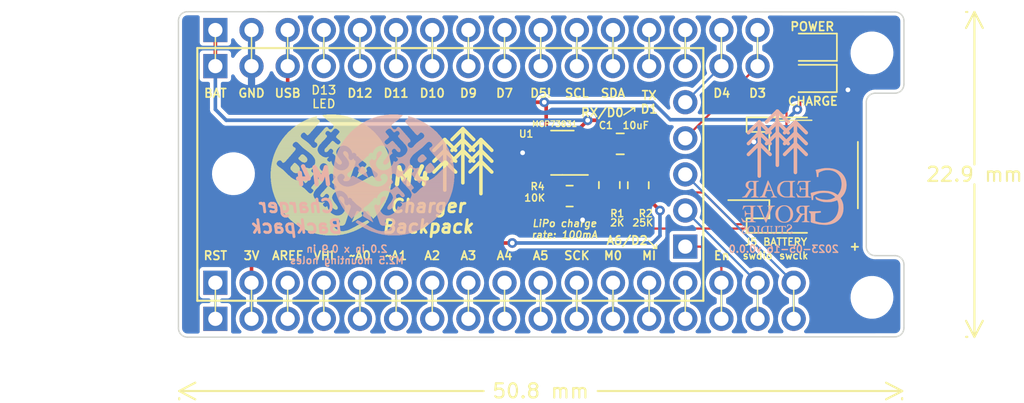
<source format=kicad_pcb>
(kicad_pcb (version 20211014) (generator pcbnew)
  (title_block (title "ItsyBitsyChargerBackpack") (date "2023-05-16") (rev "0.0.0") (company "Cedar Grove Studios"))
  (layers (0 "F.Cu" signal) (31 "B.Cu" signal) (34 "B.Paste" user) (35 "F.Paste" user) (36 "B.SilkS" user "B.Silkscreen") (37 "F.SilkS" user "F.Silkscreen") (38 "B.Mask" user) (39 "F.Mask" user) (44 "Edge.Cuts" user))
  (net 0 "")
  (net 1 "GND")
  (net 2 "/SCL")
  (net 3 "/SDA")
  (net 4 "+3V3")
  (net 5 "/Aref")
  (net 6 "/Vhi")
  (net 7 "/~A0")
  (net 8 "/~A1")
  (net 9 "/A2")
  (net 10 "/A3")
  (net 11 "/A4")
  (net 12 "/A5")
  (net 13 "/SCK")
  (net 14 "/MO")
  (net 15 "/MI")
  (net 16 "/D2-A6")
  (net 17 "/En")
  (net 18 "/swdio")
  (net 19 "/swclk")
  (net 20 "/D3")
  (net 21 "/D4")
  (net 22 "/D0-RX")
  (net 23 "/D1-TX")
  (net 24 "/D5!")
  (net 25 "/D7")
  (net 26 "/D9")
  (net 27 "/D10")
  (net 28 "/D11")
  (net 29 "/D12")
  (net 30 "/D13-LED")
  (net 31 "/BAT")
  (net 32 "Net-(D1-Pad1)")
  (net 33 "Net-(D2-Pad2)")
  (net 34 "/~{RST}")
  (net 35 "Net-(R1-Pad2)")
  (net 36 "Net-(R4-Pad1)")
  (net 37 "/USB")
  (footprint "Adafruit:Pin_Header_Straight_1x17_Pitch2.54mm_no_silk" (layer "F.Cu") (at 111.76 115.57 90)
    (fp_text reference "J1")
    (fp_text value "EDGE PINS")
    (pad "1" thru_hole rect locked (at 0 0 90) (size 1.7 1.7) (drill 1) (layers *.Cu *.Mask) (net 34 "/~{RST}"))
    (pad "2" thru_hole oval locked (at 0 2.54 90) (size 1.7 1.7) (drill 1) (layers *.Cu *.Mask) (net 4 "+3V3"))
    (pad "3" thru_hole oval locked (at 0 5.08 90) (size 1.7 1.7) (drill 1) (layers *.Cu *.Mask) (net 5 "/Aref"))
    (pad "4" thru_hole oval locked (at 0 7.62 90) (size 1.7 1.7) (drill 1) (layers *.Cu *.Mask) (net 6 "/Vhi"))
    (pad "5" thru_hole oval locked (at 0 10.16 90) (size 1.7 1.7) (drill 1) (layers *.Cu *.Mask) (net 7 "/~A0"))
    (pad "6" thru_hole oval locked (at 0 12.7 90) (size 1.7 1.7) (drill 1) (layers *.Cu *.Mask) (net 8 "/~A1"))
    (pad "7" thru_hole oval locked (at 0 15.24 90) (size 1.7 1.7) (drill 1) (layers *.Cu *.Mask) (net 9 "/A2"))
    (pad "8" thru_hole oval locked (at 0 17.78 90) (size 1.7 1.7) (drill 1) (layers *.Cu *.Mask) (net 10 "/A3"))
    (pad "9" thru_hole oval locked (at 0 20.32 90) (size 1.7 1.7) (drill 1) (layers *.Cu *.Mask) (net 11 "/A4"))
    (pad "10" thru_hole oval locked (at 0 22.86 90) (size 1.7 1.7) (drill 1) (layers *.Cu *.Mask) (net 12 "/A5"))
    (pad "11" thru_hole oval locked (at 0 25.4 90) (size 1.7 1.7) (drill 1) (layers *.Cu *.Mask) (net 13 "/SCK"))
    (pad "12" thru_hole oval locked (at 0 27.94 90) (size 1.7 1.7) (drill 1) (layers *.Cu *.Mask) (net 14 "/MO"))
    (pad "13" thru_hole oval locked (at 0 30.48 90) (size 1.7 1.7) (drill 1) (layers *.Cu *.Mask) (net 15 "/MI"))
    (pad "14" thru_hole oval locked (at 0 33.02 90) (size 1.7 1.7) (drill 1) (layers *.Cu *.Mask) (net 16 "/D2-A6"))
    (pad "15" thru_hole oval locked (at 0 35.56 90) (size 1.7 1.7) (drill 1) (layers *.Cu *.Mask) (net 17 "/En"))
    (pad "16" thru_hole oval locked (at 0 38.1 90) (size 1.7 1.7) (drill 1) (layers *.Cu *.Mask) (net 18 "/swdio"))
    (pad "17" thru_hole oval locked (at 0 40.64 90) (size 1.7 1.7) (drill 1) (layers *.Cu *.Mask) (net 19 "/swclk"))
  )
  (footprint "Adafruit:Pin_Header_Straight_1x16_Pitch2.54mm_no_silk" (layer "F.Cu") (at 111.76 100.33 90)
    (fp_text reference "J2")
    (fp_text value "EDGE PINS")
    (pad "1" thru_hole rect locked (at 0 0 90) (size 1.7 1.7) (drill 1) (layers *.Cu *.Mask) (net 31 "/BAT"))
    (pad "2" thru_hole oval locked (at 0 2.54 90) (size 1.7 1.7) (drill 1) (layers *.Cu *.Mask) (net 1 "GND"))
    (pad "3" thru_hole oval locked (at 0 5.08 90) (size 1.7 1.7) (drill 1) (layers *.Cu *.Mask) (net 37 "/USB"))
    (pad "4" thru_hole oval locked (at 0 7.62 90) (size 1.7 1.7) (drill 1) (layers *.Cu *.Mask) (net 30 "/D13-LED"))
    (pad "5" thru_hole oval locked (at 0 10.16 90) (size 1.7 1.7) (drill 1) (layers *.Cu *.Mask) (net 29 "/D12"))
    (pad "6" thru_hole oval locked (at 0 12.7 90) (size 1.7 1.7) (drill 1) (layers *.Cu *.Mask) (net 28 "/D11"))
    (pad "7" thru_hole oval locked (at 0 15.24 90) (size 1.7 1.7) (drill 1) (layers *.Cu *.Mask) (net 27 "/D10"))
    (pad "8" thru_hole oval locked (at 0 17.78 90) (size 1.7 1.7) (drill 1) (layers *.Cu *.Mask) (net 26 "/D9"))
    (pad "9" thru_hole oval locked (at 0 20.32 90) (size 1.7 1.7) (drill 1) (layers *.Cu *.Mask) (net 25 "/D7"))
    (pad "10" thru_hole oval locked (at 0 22.86 90) (size 1.7 1.7) (drill 1) (layers *.Cu *.Mask) (net 24 "/D5!"))
    (pad "11" thru_hole oval locked (at 0 25.4 90) (size 1.7 1.7) (drill 1) (layers *.Cu *.Mask) (net 2 "/SCL"))
    (pad "12" thru_hole oval locked (at 0 27.94 90) (size 1.7 1.7) (drill 1) (layers *.Cu *.Mask) (net 3 "/SDA"))
    (pad "13" thru_hole oval locked (at 0 30.48 90) (size 1.7 1.7) (drill 1) (layers *.Cu *.Mask) (net 23 "/D1-TX"))
    (pad "14" thru_hole oval locked (at 0 33.02 90) (size 1.7 1.7) (drill 1) (layers *.Cu *.Mask) (net 22 "/D0-RX"))
    (pad "15" thru_hole oval locked (at 0 35.56 90) (size 1.7 1.7) (drill 1) (layers *.Cu *.Mask) (net 21 "/D4"))
    (pad "16" thru_hole oval locked (at 0 38.1 90) (size 1.7 1.7) (drill 1) (layers *.Cu *.Mask) (net 20 "/D3"))
  )
  (footprint "Adafruit:Pin_Header_Straight_1x05_Pitch2.54mm_no_silk" (layer "F.Cu") (at 144.78 113.03 180)
    (fp_text reference "J6")
    (fp_text value "XTRA")
    (pad "1" thru_hole rect locked (at 0 0 180) (size 1.7 1.7) (drill 1) (layers *.Cu *.Mask) (net 17 "/En"))
    (pad "2" thru_hole oval locked (at 0 2.54 180) (size 1.7 1.7) (drill 1) (layers *.Cu *.Mask) (net 18 "/swdio"))
    (pad "3" thru_hole oval locked (at 0 5.08 180) (size 1.7 1.7) (drill 1) (layers *.Cu *.Mask) (net 19 "/swclk"))
    (pad "4" thru_hole oval locked (at 0 7.62 180) (size 1.7 1.7) (drill 1) (layers *.Cu *.Mask) (net 20 "/D3"))
    (pad "5" thru_hole oval locked (at 0 10.16 180) (size 1.7 1.7) (drill 1) (layers *.Cu *.Mask) (net 21 "/D4"))
  )
  (footprint "Connector_JST:JST_PH_S2B-PH-SM4-TB_1x02-1MP_P2.00mm_Horizontal" (layer "F.Cu") (at 152.4 108 90)
    (fp_text reference "J5" (at -4.7 -3 180) (layer "F.SilkS") (effects (font (size 0.5 0.5) (thickness 0.1))))
    (fp_text value "BATTERY" (at -4.7 -0.6 180) (layer "F.SilkS") (effects (font (size 0.5 0.5) (thickness 0.1))))
    (pad "1" smd roundrect locked (at -1 -2.85 90) (size 1 3.5) (layers "F.Cu" "F.Paste" "F.Mask") (net 31 "/BAT"))
    (pad "2" smd roundrect locked (at 1 -2.85 90) (size 1 3.5) (layers "F.Cu" "F.Paste" "F.Mask") (net 1 "GND"))
    (pad "MP" smd roundrect locked (at 3.35 2.9 90) (size 1.5 3.4) (layers "F.Cu" "F.Paste" "F.Mask") (roundrect_rratio 0.1666673333))
    (pad "MP" smd roundrect locked (at -3.35 2.9 90) (size 1.5 3.4) (layers "F.Cu" "F.Paste" "F.Mask") (roundrect_rratio 0.1666673333))
  )
  (footprint "Adafruit:Pin_Header_Straight_1x17_Pitch2.54mm_no_silk" (layer "F.Cu") (at 111.76 118.11 90)
    (fp_text reference "J7")
    (fp_text value "BODGE PINS")
    (pad "1" thru_hole rect locked (at 0 0 90) (size 1.7 1.7) (drill 1) (layers *.Cu *.Mask) (net 34 "/~{RST}"))
    (pad "2" thru_hole oval locked (at 0 2.54 90) (size 1.7 1.7) (drill 1) (layers *.Cu *.Mask) (net 4 "+3V3"))
    (pad "3" thru_hole oval locked (at 0 5.08 90) (size 1.7 1.7) (drill 1) (layers *.Cu *.Mask) (net 5 "/Aref"))
    (pad "4" thru_hole oval locked (at 0 7.62 90) (size 1.7 1.7) (drill 1) (layers *.Cu *.Mask) (net 6 "/Vhi"))
    (pad "5" thru_hole oval locked (at 0 10.16 90) (size 1.7 1.7) (drill 1) (layers *.Cu *.Mask) (net 7 "/~A0"))
    (pad "6" thru_hole oval locked (at 0 12.7 90) (size 1.7 1.7) (drill 1) (layers *.Cu *.Mask) (net 8 "/~A1"))
    (pad "7" thru_hole oval locked (at 0 15.24 90) (size 1.7 1.7) (drill 1) (layers *.Cu *.Mask) (net 9 "/A2"))
    (pad "8" thru_hole oval locked (at 0 17.78 90) (size 1.7 1.7) (drill 1) (layers *.Cu *.Mask) (net 10 "/A3"))
    (pad "9" thru_hole oval locked (at 0 20.32 90) (size 1.7 1.7) (drill 1) (layers *.Cu *.Mask) (net 11 "/A4"))
    (pad "10" thru_hole oval locked (at 0 22.86 90) (size 1.7 1.7) (drill 1) (layers *.Cu *.Mask) (net 12 "/A5"))
    (pad "11" thru_hole oval locked (at 0 25.4 90) (size 1.7 1.7) (drill 1) (layers *.Cu *.Mask) (net 13 "/SCK"))
    (pad "12" thru_hole oval locked (at 0 27.94 90) (size 1.7 1.7) (drill 1) (layers *.Cu *.Mask) (net 14 "/MO"))
    (pad "13" thru_hole oval locked (at 0 30.48 90) (size 1.7 1.7) (drill 1) (layers *.Cu *.Mask) (net 15 "/MI"))
    (pad "14" thru_hole oval locked (at 0 33.02 90) (size 1.7 1.7) (drill 1) (layers *.Cu *.Mask) (net 16 "/D2-A6"))
    (pad "15" thru_hole oval locked (at 0 35.56 90) (size 1.7 1.7) (drill 1) (layers *.Cu *.Mask) (net 17 "/En"))
    (pad "16" thru_hole oval locked (at 0 38.1 90) (size 1.7 1.7) (drill 1) (layers *.Cu *.Mask) (net 18 "/swdio"))
    (pad "17" thru_hole oval locked (at 0 40.64 90) (size 1.7 1.7) (drill 1) (layers *.Cu *.Mask) (net 19 "/swclk"))
  )
  (footprint "Adafruit:Pin_Header_Straight_1x16_Pitch2.54mm_no_silk" (layer "F.Cu") (at 111.76 97.79 90)
    (fp_text reference "J8")
    (fp_text value "EDGE PINS")
    (pad "1" thru_hole rect locked (at 0 0 90) (size 1.7 1.7) (drill 1) (layers *.Cu *.Mask) (net 31 "/BAT"))
    (pad "2" thru_hole oval locked (at 0 2.54 90) (size 1.7 1.7) (drill 1) (layers *.Cu *.Mask) (net 1 "GND"))
    (pad "3" thru_hole oval locked (at 0 5.08 90) (size 1.7 1.7) (drill 1) (layers *.Cu *.Mask) (net 37 "/USB"))
    (pad "4" thru_hole oval locked (at 0 7.62 90) (size 1.7 1.7) (drill 1) (layers *.Cu *.Mask) (net 30 "/D13-LED"))
    (pad "5" thru_hole oval locked (at 0 10.16 90) (size 1.7 1.7) (drill 1) (layers *.Cu *.Mask) (net 29 "/D12"))
    (pad "6" thru_hole oval locked (at 0 12.7 90) (size 1.7 1.7) (drill 1) (layers *.Cu *.Mask) (net 28 "/D11"))
    (pad "7" thru_hole oval locked (at 0 15.24 90) (size 1.7 1.7) (drill 1) (layers *.Cu *.Mask) (net 27 "/D10"))
    (pad "8" thru_hole oval locked (at 0 17.78 90) (size 1.7 1.7) (drill 1) (layers *.Cu *.Mask) (net 26 "/D9"))
    (pad "9" thru_hole oval locked (at 0 20.32 90) (size 1.7 1.7) (drill 1) (layers *.Cu *.Mask) (net 25 "/D7"))
    (pad "10" thru_hole oval locked (at 0 22.86 90) (size 1.7 1.7) (drill 1) (layers *.Cu *.Mask) (net 24 "/D5!"))
    (pad "11" thru_hole oval locked (at 0 25.4 90) (size 1.7 1.7) (drill 1) (layers *.Cu *.Mask) (net 2 "/SCL"))
    (pad "12" thru_hole oval locked (at 0 27.94 90) (size 1.7 1.7) (drill 1) (layers *.Cu *.Mask) (net 3 "/SDA"))
    (pad "13" thru_hole oval locked (at 0 30.48 90) (size 1.7 1.7) (drill 1) (layers *.Cu *.Mask) (net 23 "/D1-TX"))
    (pad "14" thru_hole oval locked (at 0 33.02 90) (size 1.7 1.7) (drill 1) (layers *.Cu *.Mask) (net 22 "/D0-RX"))
    (pad "15" thru_hole oval locked (at 0 35.56 90) (size 1.7 1.7) (drill 1) (layers *.Cu *.Mask) (net 21 "/D4"))
    (pad "16" thru_hole oval locked (at 0 38.1 90) (size 1.7 1.7) (drill 1) (layers *.Cu *.Mask) (net 20 "/D3"))
  )
  (footprint "Capacitor_SMD:C_0805_2012Metric" (layer "F.Cu") (at 140.208 105.8 180)
    (fp_text reference "C1" (at 1.008 1.3) (layer "F.SilkS") (effects (font (size 0.5 0.5) (thickness 0.1))))
    (fp_text value "10uF" (at -1.092 1.3) (layer "F.SilkS") (effects (font (size 0.5 0.5) (thickness 0.1))))
    (pad "1" smd roundrect (at -0.95 0 180) (size 1 1.45) (layers "F.Cu" "F.Paste" "F.Mask") (net 31 "/BAT"))
    (pad "2" smd roundrect (at 0.95 0 180) (size 1 1.45) (layers "F.Cu" "F.Paste" "F.Mask") (net 1 "GND"))
  )
  (footprint "LED_SMD:LED_0805_2012Metric" (layer "F.Cu") (at 153.7462 101.2 180)
    (fp_text reference "D1" hide)
    (fp_text value "CHARGE" (at -0.0038 -1.6) (layer "F.SilkS") (effects (font (size 0.6 0.6) (thickness 0.12))))
    (pad "1" smd roundrect (at -0.9375 0 180) (size 0.975 1.4) (layers "F.Cu" "F.Paste" "F.Mask") (net 32 "Net-(D1-Pad1)"))
    (pad "2" smd roundrect (at 0.9375 0 180) (size 0.975 1.4) (layers "F.Cu" "F.Paste" "F.Mask") (net 37 "/USB"))
  )
  (footprint "LED_SMD:LED_0805_2012Metric" (layer "F.Cu") (at 153.75 99 180)
    (fp_text reference "D2" hide)
    (fp_text value "POWER" (at 0.05 1.45) (layer "F.SilkS") (effects (font (size 0.6 0.6) (thickness 0.12))))
    (pad "1" smd roundrect (at -0.9375 0 180) (size 0.975 1.4) (layers "F.Cu" "F.Paste" "F.Mask") (net 1 "GND"))
    (pad "2" smd roundrect (at 0.9375 0 180) (size 0.975 1.4) (layers "F.Cu" "F.Paste" "F.Mask") (net 33 "Net-(D2-Pad2)"))
  )
  (footprint "Resistor_SMD:R_0805_2012Metric" (layer "F.Cu") (at 139.446 108.7 90)
    (fp_text reference "R1" (at -2 0.554 180) (layer "F.SilkS") (effects (font (size 0.5 0.5) (thickness 0.1))))
    (fp_text value "2K" (at -2.65 0.554 180) (layer "F.SilkS") (effects (font (size 0.5 0.5) (thickness 0.1))))
    (pad "1" smd roundrect (at -0.9125 0 90) (size 1.025 1.4) (layers "F.Cu" "F.Paste" "F.Mask") (roundrect_rratio 0.243902439) (net 32 "Net-(D1-Pad1)"))
    (pad "2" smd roundrect (at 0.9125 0 90) (size 1.025 1.4) (layers "F.Cu" "F.Paste" "F.Mask") (roundrect_rratio 0.243902439) (net 35 "Net-(R1-Pad2)"))
  )
  (footprint "Resistor_SMD:R_0805_2012Metric" (layer "F.Cu") (at 141.478 108.712 90)
    (fp_text reference "R2" (at -1.988 0.522 180) (layer "F.SilkS") (effects (font (size 0.5 0.5) (thickness 0.1))))
    (fp_text value "25K" (at -2.638 0.322 180) (layer "F.SilkS") (effects (font (size 0.5 0.5) (thickness 0.1))))
    (pad "1" smd roundrect (at -0.9125 0 90) (size 1.025 1.4) (layers "F.Cu" "F.Paste" "F.Mask") (roundrect_rratio 0.243902439) (net 4 "+3V3"))
    (pad "2" smd roundrect (at 0.9125 0 90) (size 1.025 1.4) (layers "F.Cu" "F.Paste" "F.Mask") (roundrect_rratio 0.243902439) (net 33 "Net-(D2-Pad2)"))
  )
  (footprint "Resistor_SMD:R_0805_2012Metric" (layer "F.Cu") (at 136.652 109.474)
    (fp_text reference "R4" (at -2.252 -0.674) (layer "F.SilkS") (effects (font (size 0.5 0.5) (thickness 0.1))))
    (fp_text value "10K" (at -2.452 0.126) (layer "F.SilkS") (effects (font (size 0.5 0.5) (thickness 0.1))))
    (pad "1" smd roundrect (at -0.9125 0) (size 1.025 1.4) (layers "F.Cu" "F.Paste" "F.Mask") (roundrect_rratio 0.243902439) (net 36 "Net-(R4-Pad1)"))
    (pad "2" smd roundrect (at 0.9125 0) (size 1.025 1.4) (layers "F.Cu" "F.Paste" "F.Mask") (roundrect_rratio 0.243902439) (net 1 "GND"))
  )
  (footprint "Package_TO_SOT_SMD:SOT-23-5" (layer "F.Cu") (at 136.144 106.426 180)
    (fp_text reference "U1" (at 2.544 1.326 180) (layer "F.SilkS") (effects (font (size 0.5 0.5) (thickness 0.1))))
    (fp_text value "MCP73831" (at 0.544 2.026 180) (layer "F.SilkS") (effects (font (size 0.4 0.4) (thickness 0.08))))
    (pad "1" smd roundrect (at -1.1375 -0.95 180) (size 1.325 0.6) (layers "F.Cu" "F.Paste" "F.Mask") (net 35 "Net-(R1-Pad2)"))
    (pad "2" smd roundrect (at -1.1375 0 180) (size 1.325 0.6) (layers "F.Cu" "F.Paste" "F.Mask") (net 1 "GND"))
    (pad "3" smd roundrect (at -1.1375 0.95 180) (size 1.325 0.6) (layers "F.Cu" "F.Paste" "F.Mask") (net 31 "/BAT"))
    (pad "4" smd roundrect (at 1.1375 0.95 180) (size 1.325 0.6) (layers "F.Cu" "F.Paste" "F.Mask") (net 37 "/USB"))
    (pad "5" smd roundrect (at 1.1375 -0.95 180) (size 1.325 0.6) (layers "F.Cu" "F.Paste" "F.Mask") (net 36 "Net-(R4-Pad1)"))
  )
  (footprint "MountingHole:MountingHole_2.5mm" (layer "F.Cu") (at 157.899989 99.400004)
    (fp_text reference "REF**" hide)
    (fp_text value "MountingHole_2.5mm")
    (pad "" np_thru_hole circle locked (at 0 0) (size 2.5 2.5) (drill 2.5) (layers *.Cu *.Mask))
    (pad "" np_thru_hole circle locked (at 0 0) (size 2.5 2.5) (drill 2.5) (layers *.Cu *.Mask))
  )
  (footprint "MountingHole:MountingHole_2.5mm" (layer "F.Cu") (at 113.03 107.9)
    (fp_text reference "REF**" hide)
    (fp_text value "MountingHole_2.5mm")
    (pad "" np_thru_hole circle locked (at 0 0) (size 2.5 2.5) (drill 2.5) (layers *.Cu *.Mask))
    (pad "" np_thru_hole circle locked (at 0 0) (size 2.5 2.5) (drill 2.5) (layers *.Cu *.Mask))
  )
  (footprint "MountingHole:MountingHole_2.5mm" (layer "F.Cu") (at 157.899989 116.599995)
    (fp_text reference "REF**" hide)
    (fp_text value "MountingHole_2.5mm")
    (pad "" np_thru_hole circle locked (at 0 0) (size 2.5 2.5) (drill 2.5) (layers *.Cu *.Mask))
    (pad "" np_thru_hole circle locked (at 0 0) (size 2.5 2.5) (drill 2.5) (layers *.Cu *.Mask))
  )
  (footprint "Adafruit_MPU_boards:ItsyBitsy_logo" (layer "F.Cu") (at 120.15 108.196)
    (fp_text reference "logo" hide)
    (fp_text value "" hide)
  )
  (footprint "Adafruit_MPU_boards:ItsyBitsy_logo" (layer "B.Cu") (at 124.05 108.196 180)
    (fp_text reference "logo" hide)
    (fp_text value "" hide)
  )
  (footprint "CedarGrove_custom:CedarGroveStudios_TEXT_LOGO_8x5_4mm" (layer "B.Cu") (at 152.35 109.8 180)
    (fp_text reference "G***" hide)
    (fp_text value "LOGO" hide)
  )
  (gr_line (start 149.98001 104.256991) (end 150.74201 105.018991) (layer "B.SilkS") (width 0.25))
  (gr_line (start 149.98001 105.780991) (end 149.21801 106.542991) (layer "B.SilkS") (width 0.25))
  (gr_line (start 149.98001 105.018991) (end 149.21801 105.780991) (layer "B.SilkS") (width 0.25))
  (gr_line (start 149.98001 104.256991) (end 149.21801 105.018991) (layer "B.SilkS") (width 0.25))
  (gr_line (start 149.98001 108.066991) (end 149.98001 104.256991) (layer "B.SilkS") (width 0.25))
  (gr_line (start 149.98001 105.018991) (end 150.74201 105.780991) (layer "B.SilkS") (width 0.25))
  (gr_line (start 149.98001 105.780991) (end 150.74201 106.542991) (layer "B.SilkS") (width 0.25))
  (gr_line (start 151.25001 103.494991) (end 150.48801 104.256991) (layer "B.SilkS") (width 0.25))
  (gr_line (start 151.25001 107.304991) (end 151.25001 103.494991) (layer "B.SilkS") (width 0.25))
  (gr_line (start 151.25001 105.018991) (end 150.48801 105.780991) (layer "B.SilkS") (width 0.25))
  (gr_line (start 151.25001 104.256991) (end 152.01201 105.018991) (layer "B.SilkS") (width 0.25))
  (gr_line (start 151.25001 103.494991) (end 152.01201 104.256991) (layer "B.SilkS") (width 0.25))
  (gr_line (start 151.25001 105.018991) (end 152.01201 105.780991) (layer "B.SilkS") (width 0.25))
  (gr_line (start 151.25001 104.256991) (end 150.48801 105.018991) (layer "B.SilkS") (width 0.25))
  (gr_line (start 152.52001 107.812991) (end 152.52001 104.256991) (layer "B.SilkS") (width 0.25))
  (gr_line (start 152.52001 105.018991) (end 151.75801 105.780991) (layer "B.SilkS") (width 0.25))
  (gr_line (start 152.52001 104.256991) (end 151.75801 105.018991) (layer "B.SilkS") (width 0.25))
  (gr_line (start 152.52001 104.256991) (end 153.28201 105.018991) (layer "B.SilkS") (width 0.25))
  (gr_line (start 152.52001 105.780991) (end 153.28201 106.542991) (layer "B.SilkS") (width 0.25))
  (gr_line (start 152.52001 105.018991) (end 153.28201 105.780991) (layer "B.SilkS") (width 0.25))
  (gr_line (start 152.52001 105.780991) (end 151.75801 106.542991) (layer "B.SilkS") (width 0.25))
  (gr_line (start 127.119 106.257) (end 127.881 105.495) (layer "F.SilkS") (width 0.25))
  (gr_line (start 128.389 107.019) (end 129.151 106.257) (layer "F.SilkS") (width 0.25))
  (gr_line (start 147.32 118.11) (end 147.32 115.57) (layer "F.SilkS") (width 0.1))
  (gr_line (start 124.46 100.33) (end 124.46 97.79) (layer "F.SilkS") (width 0.1))
  (gr_line (start 151.13 104.14) (end 153.67 104.14) (layer "F.SilkS") (width 0.1))
  (gr_line (start 140.462 103.759) (end 141.224 103.251) (layer "F.SilkS") (width 0.1))
  (gr_line (start 119.38 115.57) (end 119.38 118.11) (layer "F.SilkS") (width 0.1))
  (gr_line (start 139.7 115.57) (end 139.7 118.11) (layer "F.SilkS") (width 0.1))
  (gr_line (start 141.224 103.251) (end 141.224 103.505) (layer "F.SilkS") (width 0.1))
  (gr_line (start 142.24 100.33) (end 142.24 97.79) (layer "F.SilkS") (width 0.1))
  (gr_line (start 144.78 115.57) (end 144.78 118.11) (layer "F.SilkS") (width 0.1))
  (gr_line (start 139.7 100.33) (end 139.7 97.79) (layer "F.SilkS") (width 0.1))
  (gr_line (start 119.38 100.33) (end 119.38 97.79) (layer "F.SilkS") (width 0.1))
  (gr_line (start 132.08 115.57) (end 132.08 118.11) (layer "F.SilkS") (width 0.1))
  (gr_line (start 128.643 107.781) (end 127.881 107.019) (layer "F.SilkS") (width 0.25))
  (gr_line (start 141.224 103.251) (end 140.97 103.251) (layer "F.SilkS") (width 0.1))
  (gr_line (start 121.92 115.57) (end 121.92 118.11) (layer "F.SilkS") (width 0.1))
  (gr_line (start 130.421 105.495) (end 130.421 109.305) (layer "F.SilkS") (width 0.25))
  (gr_line (start 131.183 106.257) (end 130.421 105.495) (layer "F.SilkS") (width 0.25))
  (gr_line (start 110.49 116.84) (end 146.05 116.84) (layer "F.SilkS") (width 0.15))
  (gr_line (start 129.659 106.257) (end 130.421 105.495) (layer "F.SilkS") (width 0.25))
  (gr_line (start 129.54 115.57) (end 129.54 118.11) (layer "F.SilkS") (width 0.1))
  (gr_line (start 111.76 100.33) (end 111.76 97.79) (layer "F.SilkS") (width 0.1))
  (gr_line (start 134.62 115.57) (end 134.62 118.11) (layer "F.SilkS") (width 0.1))
  (gr_line (start 128.643 106.257) (end 127.881 105.495) (layer "F.SilkS") (width 0.25))
  (gr_line (start 128.643 107.019) (end 127.881 106.257) (layer "F.SilkS") (width 0.25))
  (gr_line (start 131.183 107.781) (end 130.421 107.019) (layer "F.SilkS") (width 0.25))
  (gr_line (start 146.05 116.84) (end 146.05 99.06) (layer "F.SilkS") (width 0.15))
  (gr_line (start 114.3 115.57) (end 114.3 118.11) (layer "F.SilkS") (width 0.1))
  (gr_line (start 142.2 112.6) (end 142.748 113.157) (layer "F.SilkS") (width 0.1))
  (gr_line (start 124.46 115.57) (end 124.46 118.11) (layer "F.SilkS") (width 0.1))
  (gr_line (start 129.659 107.019) (end 130.421 106.257) (layer "F.SilkS") (width 0.25))
  (gr_line (start 121.92 100.33) (end 121.92 97.79) (layer "F.SilkS") (width 0.1))
  (gr_line (start 146.05 99.06) (end 110.49 99.06) (layer "F.SilkS") (width 0.15))
  (gr_line (start 129.913 106.257) (end 129.151 105.495) (layer "F.SilkS") (width 0.25))
  (gr_line (start 129.151 104.733) (end 129.151 108.543) (layer "F.SilkS") (width 0.25))
  (gr_line (start 114.3 100.33) (end 114.3 97.79) (layer "F.SilkS") (width 0.1))
  (gr_line (start 152.4 118.11) (end 152.4 115.57) (layer "F.SilkS") (width 0.1))
  (gr_line (start 127 100.33) (end 127 97.79) (layer "F.SilkS") (width 0.1))
  (gr_line (start 129.913 105.495) (end 129.151 104.733) (layer "F.SilkS") (width 0.25))
  (gr_line (start 127.119 107.019) (end 127.881 106.257) (layer "F.SilkS") (width 0.25))
  (gr_line (start 127 115.57) (end 127 118.11) (layer "F.SilkS") (width 0.1))
  (gr_line (start 149.86 118.11) (end 149.86 115.57) (layer "F.SilkS") (width 0.1))
  (gr_line (start 142.24 115.57) (end 142.24 118.11) (layer "F.SilkS") (width 0.1))
  (gr_line (start 147.32 100.33) (end 147.32 97.79) (layer "F.SilkS") (width 0.1))
  (gr_line (start 116.84 100.33) (end 116.84 97.79) (layer "F.SilkS") (width 0.1))
  (gr_line (start 131.183 107.019) (end 130.421 106.257) (layer "F.SilkS") (width 0.25))
  (gr_line (start 127.881 105.495) (end 127.881 109.051) (layer "F.SilkS") (width 0.25))
  (gr_line (start 134.62 100.33) (end 134.62 97.79) (layer "F.SilkS") (width 0.1))
  (gr_line (start 149.86 100.33) (end 149.86 97.79) (layer "F.SilkS") (width 0.1))
  (gr_line (start 128.389 106.257) (end 129.151 105.495) (layer "F.SilkS") (width 0.25))
  (gr_line (start 129.659 107.781) (end 130.421 107.019) (layer "F.SilkS") (width 0.25))
  (gr_line (start 116.84 115.57) (end 116.84 118.11) (layer "F.SilkS") (width 0.1))
  (gr_line (start 129.913 107.019) (end 129.151 106.257) (layer "F.SilkS") (width 0.25))
  (gr_line (start 129.54 100.33) (end 129.54 97.79) (layer "F.SilkS") (width 0.1))
  (gr_line (start 137.16 100.33) (end 137.16 97.79) (layer "F.SilkS") (width 0.1))
  (gr_line (start 137.16 115.57) (end 137.16 118.11) (layer "F.SilkS") (width 0.1))
  (gr_line (start 110.49 116.84) (end 110.49 99.06) (layer "F.SilkS") (width 0.15))
  (gr_line (start 128.389 105.495) (end 129.151 104.733) (layer "F.SilkS") (width 0.25))
  (gr_line (start 142.771468 113.153636) (end 142.771468 112.899636) (layer "F.SilkS") (width 0.1))
  (gr_line (start 127.119 107.781) (end 127.881 107.019) (layer "F.SilkS") (width 0.25))
  (gr_line (start 132.08 100.33) (end 132.08 97.79) (layer "F.SilkS") (width 0.1))
  (gr_line (start 144.78 100.33) (end 144.78 97.79) (layer "F.SilkS") (width 0.1))
  (gr_line (start 111.76 115.57) (end 111.76 118.11) (layer "F.SilkS") (width 0.1))
  (gr_line (start 142.771468 113.153636) (end 142.517468 113.153636) (layer "F.SilkS") (width 0.1))
  (gr_line (start 109.8 96.5) (end 159.512 96.52) (layer "Edge.Cuts") (width 0.1))
  (gr_arc (start 109.165 97.135) (mid 109.350987 96.685987) (end 109.8 96.5) (layer "Edge.Cuts") (width 0.1))
  (gr_arc (start 109.8 119.4) (mid 109.350987 119.214013) (end 109.165 118.765) (layer "Edge.Cuts") (width 0.1))
  (gr_line (start 109.165 118.765) (end 109.165 97.135) (layer "Edge.Cuts") (width 0.1))
  (gr_line (start 109.8 119.4) (end 159.512 119.38) (layer "Edge.Cuts") (width 0.1))
  (gr_line (start 160.147 101.6) (end 160.147 97.155) (layer "Edge.Cuts") (width 0.1))
  (gr_arc (start 159.512 113.665) (mid 159.961013 113.850987) (end 160.147 114.3) (layer "Edge.Cuts") (width 0.1))
  (gr_arc (start 159.512 96.52) (mid 159.961013 96.705987) (end 160.147 97.155) (layer "Edge.Cuts") (width 0.1))
  (gr_line (start 159.512 113.665) (end 158.135 113.665) (layer "Edge.Cuts") (width 0.1))
  (gr_arc (start 157.5 102.87) (mid 157.685987 102.420987) (end 158.135 102.235) (layer "Edge.Cuts") (width 0.1))
  (gr_line (start 159.512 102.235) (end 158.135 102.235) (layer "Edge.Cuts") (width 0.1))
  (gr_line (start 157.5 102.87) (end 157.5 113.03) (layer "Edge.Cuts") (width 0.1))
  (gr_arc (start 160.147 118.745) (mid 159.961013 119.194013) (end 159.512 119.38) (layer "Edge.Cuts") (width 0.1))
  (gr_arc (start 158.135 113.665) (mid 157.685987 113.479013) (end 157.5 113.03) (layer "Edge.Cuts") (width 0.1))
  (gr_arc (start 160.147 101.6) (mid 159.961013 102.049013) (end 159.512 102.235) (layer "Edge.Cuts") (width 0.1))
  (gr_line (start 160.147 118.745) (end 160.147 114.3) (layer "Edge.Cuts") (width 0.1))
  (gr_text "2.0 in x 0.9 in\nM2.5 mounting holes" (at 121 113.6) (layer "B.SilkS") (effects (font (size 0.5 0.5) (thickness 0.1)) (justify mirror)))
  (gr_text "2023-05-16 v0.0.0" (at 151.7 113.2) (layer "B.SilkS") (effects (font (size 0.5 0.5) (thickness 0.1)) (justify mirror)))
  (gr_text "M4" (at 118.7 108.1) (layer "B.SilkS") (effects (font (size 1.2 1.2) (thickness 0.3) italic) (justify mirror)))
  (gr_text "Charger\nBackpack" (at 117.5 110.9) (layer "B.SilkS") (effects (font (size 0.9 0.9) (thickness 0.2) italic) (justify mirror)))
  (gr_text "swdio" (at 149.86 113.665) (layer "F.SilkS") (effects (font (size 0.5 0.5) (thickness 0.1))))
  (gr_text "swclk" (at 152.4 113.665) (layer "F.SilkS") (effects (font (size 0.5 0.5) (thickness 0.1))))
  (gr_text "D4" (at 147.3454 102.235) (layer "F.SilkS") (effects (font (size 0.6 0.6) (thickness 0.12))))
  (gr_text "D3" (at 149.86 102.235) (layer "F.SilkS") (effects (font (size 0.6 0.6) (thickness 0.12))))
  (gr_text "TX\nD1" (at 142.24 102.87) (layer "F.SilkS") (effects (font (size 0.6 0.6) (thickness 0.12))))
  (gr_text "SDA" (at 139.7 102.235) (layer "F.SilkS") (effects (font (size 0.6 0.6) (thickness 0.12))))
  (gr_text "SCL" (at 137.16 102.235) (layer "F.SilkS") (effects (font (size 0.6 0.6) (thickness 0.12))))
  (gr_text "D5!" (at 134.62 102.235) (layer "F.SilkS") (effects (font (size 0.6 0.6) (thickness 0.12))))
  (gr_text "D7" (at 132.08 102.235) (layer "F.SilkS") (effects (font (size 0.6 0.6) (thickness 0.12))))
  (gr_text "D9" (at 129.54 102.235) (layer "F.SilkS") (effects (font (size 0.6 0.6) (thickness 0.12))))
  (gr_text "D10" (at 127 102.235) (layer "F.SilkS") (effects (font (size 0.6 0.6) (thickness 0.12))))
  (gr_text "D11" (at 124.46 102.235) (layer "F.SilkS") (effects (font (size 0.6 0.6) (thickness 0.12))))
  (gr_text "D12" (at 121.92 102.235) (layer "F.SilkS") (effects (font (size 0.6 0.6) (thickness 0.12))))
  (gr_text "D13\nLED" (at 119.38 102.5) (layer "F.SilkS") (effects (font (size 0.6 0.6) (thickness 0.1))))
  (gr_text "USB" (at 116.84 102.235) (layer "F.SilkS") (effects (font (size 0.6 0.6) (thickness 0.12))))
  (gr_text "GND" (at 114.3 102.235) (layer "F.SilkS") (effects (font (size 0.6 0.6) (thickness 0.12))))
  (gr_text "BAT" (at 111.76 102.235) (layer "F.SilkS") (effects (font (size 0.6 0.6) (thickness 0.12))))
  (gr_text "RST" (at 111.76 113.665) (layer "F.SilkS") (effects (font (size 0.6 0.6) (thickness 0.12))))
  (gr_text "3V" (at 114.3 113.665) (layer "F.SilkS") (effects (font (size 0.6 0.6) (thickness 0.12))))
  (gr_text "AREF" (at 116.84 113.665) (layer "F.SilkS") (effects (font (size 0.6 0.6) (thickness 0.12))))
  (gr_text "VHI" (at 119.38 113.665) (layer "F.SilkS") (effects (font (size 0.6 0.6) (thickness 0.12))))
  (gr_text "~A0" (at 121.92 113.665) (layer "F.SilkS") (effects (font (size 0.6 0.6) (thickness 0.12))))
  (gr_text "~A1" (at 124.46 113.665) (layer "F.SilkS") (effects (font (size 0.6 0.6) (thickness 0.12))))
  (gr_text "A2" (at 127 113.665) (layer "F.SilkS") (effects (font (size 0.6 0.6) (thickness 0.12))))
  (gr_text "A3" (at 129.54 113.665) (layer "F.SilkS") (effects (font (size 0.6 0.6) (thickness 0.12))))
  (gr_text "A4" (at 132.08 113.665) (layer "F.SilkS") (effects (font (size 0.6 0.6) (thickness 0.12))))
  (gr_text "A5" (at 134.62 113.665) (layer "F.SilkS") (effects (font (size 0.6 0.6) (thickness 0.12))))
  (gr_text "SCK" (at 137.16 113.665) (layer "F.SilkS") (effects (font (size 0.6 0.6) (thickness 0.12))))
  (gr_text "M0" (at 139.7 113.665) (layer "F.SilkS") (effects (font (size 0.6 0.6) (thickness 0.12))))
  (gr_text "MI" (at 142.24 113.665) (layer "F.SilkS") (effects (font (size 0.6 0.6) (thickness 0.12))))
  (gr_text "A6/D2" (at 140.7 112.6) (layer "F.SilkS") (effects (font (size 0.6 0.6) (thickness 0.12))))
  (gr_text "RX/D0" (at 138.95 103.6) (layer "F.SilkS") (effects (font (size 0.6 0.6) (thickness 0.12))))
  (gr_text "LiPo charge\nrate: 100mA" (at 136.3 111.8) (layer "F.SilkS") (effects (font (size 0.5 0.5) (thickness 0.1) italic)))
  (gr_text "Charger\nBackpack" (at 126.7 110.9) (layer "F.SilkS") (effects (font (size 0.9 0.9) (thickness 0.2) italic)))
  (gr_text "+" (at 156.7 113) (layer "F.SilkS") (effects (font (size 0.6 0.6) (thickness 0.12))))
  (gr_text "M4" (at 125.5 108.1) (layer "F.SilkS") (effects (font (size 1.2 1.2) (thickness 0.3) italic)))
  (gr_text "En" (at 147.3454 113.665) (layer "F.SilkS") (effects (font (size 0.6 0.6) (thickness 0.12))))
  (dimension (type aligned) (layer "F.SilkS") (pts (xy 165.1 119.38) (xy 165.1 96.52)) (height 0) (gr_text "22.9 mm" (at 165.1 107.95) (layer "F.SilkS") (effects (font (size 1 1) (thickness 0.15)))) (format (units 3) (units_format 1) (precision 1) suppress_zeroes) (style (thickness 0.15) (arrow_length 1.27) (text_position_mode 2) (extension_height 0.58642) (extension_offset 0.5)))
  (dimension (type aligned) (layer "F.SilkS") (pts (xy 160.02 123.19) (xy 109.22 123.19)) (height 0) (gr_text "50.8 mm" (at 134.62 123.19) (layer "F.SilkS") (effects (font (size 1 1) (thickness 0.15)))) (format (units 3) (units_format 1) (precision 1)) (style (thickness 0.15) (arrow_length 1.27) (text_position_mode 2) (extension_height 0.58642) (extension_offset 0.5) keep_text_aligned))
  (segment (start 149.55 105.72) (end 149.606 105.664) (width 0.254) (layer "F.Cu") (net 1))
  (segment (start 137.5645 109.474) (end 137.5645 111.1485) (width 0.254) (layer "F.Cu") (net 1))
  (segment (start 137.2815 106.426) (end 133.35 106.426) (width 0.254) (layer "F.Cu") (net 1))
  (segment (start 154.6875 99) (end 155.55172 99.86422) (width 0.254) (layer "F.Cu") (net 1))
  (segment (start 139.258 105.8) (end 138.632 106.426) (width 0.254) (layer "F.Cu") (net 1))
  (segment (start 155.55172 99.86422) (end 155.55172 101.34172) (width 0.254) (layer "F.Cu") (net 1))
  (segment (start 138.632 106.426) (end 137.2815 106.426) (width 0.254) (layer "F.Cu") (net 1))
  (segment (start 149.55 107) (end 149.55 105.72) (width 0.254) (layer "F.Cu") (net 1))
  (segment (start 155.55172 101.34172) (end 156.21 102) (width 0.254) (layer "F.Cu") (net 1))
  (via (at 149.606 105.664) (size 0.6858) (drill 0.3302) (layers "F.Cu" "B.Cu") (net 1))
  (via (at 156.21 102) (size 0.6858) (drill 0.3302) (layers "F.Cu" "B.Cu") (net 1))
  (via (at 133.35 106.426) (size 0.6858) (drill 0.3302) (layers "F.Cu" "B.Cu") (net 1))
  (via (at 137.5645 111.1485) (size 0.6858) (drill 0.3302) (layers "F.Cu" "B.Cu") (net 1))
  (segment (start 137.16 99.127919) (end 137.16 97.79) (width 0.1524) (layer "B.Cu") (net 2))
  (segment (start 137.16 100.33) (end 137.16 99.127919) (width 0.1524) (layer "B.Cu") (net 2))
  (segment (start 139.7 100.33) (end 139.7 97.79) (width 0.1524) (layer "B.Cu") (net 3))
  (segment (start 114.3 115.57) (end 114.3 113.5) (width 0.254) (layer "F.Cu") (net 4))
  (segment (start 142.1365 109.6245) (end 143.002 110.49) (width 0.254) (layer "F.Cu") (net 4))
  (segment (start 141.478 109.6245) (end 142.1365 109.6245) (width 0.254) (layer "F.Cu") (net 4))
  (segment (start 114.3 113.5) (end 115.024 112.776) (width 0.254) (layer "F.Cu") (net 4))
  (segment (start 115.024 112.776) (end 132.624 112.776) (width 0.254) (layer "F.Cu") (net 4))
  (via (at 143.002 110.49) (size 0.6858) (drill 0.3302) (layers "F.Cu" "B.Cu") (net 4))
  (via (at 132.624 112.776) (size 0.6858) (drill 0.3302) (layers "F.Cu" "B.Cu") (net 4))
  (segment (start 143.002 112.268) (end 143.002 110.49) (width 0.254) (layer "B.Cu") (net 4))
  (segment (start 142.494 112.776) (end 143.002 112.268) (width 0.254) (layer "B.Cu") (net 4))
  (segment (start 132.624 112.776) (end 142.494 112.776) (width 0.254) (layer "B.Cu") (net 4))
  (segment (start 114.3 115.57) (end 114.3 118.11) (width 0.254) (layer "B.Cu") (net 4))
  (segment (start 116.84 115.57) (end 116.84 116.772081) (width 0.1524) (layer "B.Cu") (net 5))
  (segment (start 116.84 116.772081) (end 116.84 118.11) (width 0.1524) (layer "B.Cu") (net 5))
  (segment (start 119.38 115.57) (end 119.38 118.11) (width 0.1524) (layer "B.Cu") (net 6))
  (segment (start 121.92 116.772081) (end 121.92 118.11) (width 0.1524) (layer "B.Cu") (net 7))
  (segment (start 121.92 115.57) (end 121.92 116.772081) (width 0.1524) (layer "B.Cu") (net 7))
  (segment (start 124.46 115.57) (end 124.46 118.11) (width 0.1524) (layer "B.Cu") (net 8))
  (segment (start 127 115.57) (end 127 118.11) (width 0.1524) (layer "B.Cu") (net 9))
  (segment (start 129.54 115.57) (end 129.54 118.11) (width 0.1524) (layer "B.Cu") (net 10))
  (segment (start 132.08 115.57) (end 132.08 118.11) (width 0.1524) (layer "B.Cu") (net 11))
  (segment (start 134.62 115.57) (end 134.62 118.11) (width 0.1524) (layer "B.Cu") (net 12))
  (segment (start 137.16 115.57) (end 137.16 118.11) (width 0.1524) (layer "B.Cu") (net 13))
  (segment (start 139.7 115.57) (end 139.7 118.11) (width 0.1524) (layer "B.Cu") (net 14))
  (segment (start 142.24 115.57) (end 142.24 118.11) (width 0.1524) (layer "B.Cu") (net 15))
  (segment (start 144.78 115.57) (end 144.78 118.11) (width 0.1524) (layer "B.Cu") (net 16))
  (segment (start 147.32 114.48) (end 147.32 115.57) (width 0.1524) (layer "F.Cu") (net 17))
  (segment (start 145.87 113.03) (end 147.32 114.48) (width 0.1524) (layer "F.Cu") (net 17))
  (segment (start 144.78 113.03) (end 145.87 113.03) (width 0.1524) (layer "F.Cu") (net 17))
  (segment (start 147.32 118.11) (end 147.32 115.57) (width 0.1524) (layer "B.Cu") (net 17))
  (segment (start 144.78 110.49) (end 149.86 115.57) (width 0.1524) (layer "B.Cu") (net 18))
  (segment (start 149.86 118.11) (end 149.86 115.57) (width 0.1524) (layer "B.Cu") (net 18))
  (segment (start 144.78 107.95) (end 152.4 115.57) (width 0.1524) (layer "B.Cu") (net 19))
  (segment (start 152.4 118.11) (end 152.4 115.57) (width 0.1524) (layer "B.Cu") (net 19))
  (segment (start 144.78 105.41) (end 149.86 100.33) (width 0.1524) (layer "F.Cu") (net 20))
  (segment (start 149.86 100.33) (end 149.86 97.79) (width 0.1524) (layer "B.Cu") (net 20))
  (segment (start 144.78 102.87) (end 147.32 100.33) (width 0.1524) (layer "B.Cu") (net 21))
  (segment (start 147.32 100.33) (end 147.32 97.79) (width 0.1524) (layer "B.Cu") (net 21))
  (segment (start 144.78 100.33) (end 144.78 97.79) (width 0.1524) (layer "B.Cu") (net 22))
  (segment (start 142.24 100.33) (end 142.24 97.79) (width 0.1524) (layer "B.Cu") (net 23))
  (segment (start 134.62 100.33) (end 134.62 97.79) (width 0.1524) (layer "B.Cu") (net 24))
  (segment (start 132.08 100.33) (end 132.08 97.79) (width 0.1524) (layer "B.Cu") (net 25))
  (segment (start 129.54 100.33) (end 129.54 97.79) (width 0.1524) (layer "B.Cu") (net 26))
  (segment (start 127 100.33) (end 127 97.79) (width 0.1524) (layer "B.Cu") (net 27))
  (segment (start 124.46 100.33) (end 124.46 97.79) (width 0.1524) (layer "B.Cu") (net 28))
  (segment (start 121.92 100.33) (end 121.92 97.79) (width 0.1524) (layer "B.Cu") (net 29))
  (segment (start 119.38 100.33) (end 119.38 97.79) (width 0.1524) (layer "B.Cu") (net 30))
  (segment (start 145.542 106.68) (end 142.038 106.68) (width 0.254) (layer "F.Cu") (net 31))
  (segment (start 147.862 109) (end 145.542 106.68) (width 0.254) (layer "F.Cu") (net 31))
  (segment (start 141.158 104.836) (end 141.158 105.8) (width 0.254) (layer "F.Cu") (net 31))
  (segment (start 140.462 104.14) (end 141.158 104.836) (width 0.254) (layer "F.Cu") (net 31))
  (segment (start 137.922 104.14) (end 140.462 104.14) (width 0.254) (layer "F.Cu") (net 31))
  (segment (start 137.2815 104.7805) (end 137.922 104.14) (width 0.254) (layer "F.Cu") (net 31))
  (segment (start 137.2815 105.476) (end 137.2815 104.7805) (width 0.254) (layer "F.Cu") (net 31))
  (segment (start 149.55 109) (end 147.862 109) (width 0.254) (layer "F.Cu") (net 31))
  (segment (start 111.76 99.226) (end 111.76 97.79) (width 0.254) (layer "F.Cu") (net 31))
  (segment (start 142.038 106.68) (end 141.158 105.8) (width 0.254) (layer "F.Cu") (net 31))
  (segment (start 111.76 100.33) (end 111.76 99.226) (width 0.254) (layer "F.Cu") (net 31))
  (via (at 137.922 104.14) (size 0.6858) (drill 0.3302) (layers "F.Cu" "B.Cu") (net 31))
  (segment (start 137.922 104.14) (end 112.522 104.14) (width 0.254) (layer "B.Cu") (net 31))
  (segment (start 111.76 103.378) (end 111.76 100.33) (width 0.254) (layer "B.Cu") (net 31))
  (segment (start 112.522 104.14) (end 111.76 103.378) (width 0.254) (layer "B.Cu") (net 31))
  (segment (start 141.5935 111.76) (end 139.446 109.6125) (width 0.1524) (layer "F.Cu") (net 32))
  (segment (start 152.335218 111.138515) (end 151.713733 111.76) (width 0.1524) (layer "F.Cu") (net 32))
  (segment (start 154.6837 101.2) (end 154.6837 102.299517) (width 0.1524) (layer "F.Cu") (net 32))
  (segment (start 151.713733 111.76) (end 141.5935 111.76) (width 0.1524) (layer "F.Cu") (net 32))
  (segment (start 154.6837 102.299517) (end 152.335218 104.648) (width 0.1524) (layer "F.Cu") (net 32))
  (segment (start 152.335218 104.648) (end 152.335218 111.138515) (width 0.1524) (layer "F.Cu") (net 32))
  (segment (start 151.892 111.15136) (end 151.58768 111.45568) (width 0.1524) (layer "F.Cu") (net 33))
  (segment (start 146.05 109.22) (end 143.764 109.22) (width 0.1524) (layer "F.Cu") (net 33))
  (segment (start 142.3435 107.7995) (end 141.478 107.7995) (width 0.1524) (layer "F.Cu") (net 33))
  (segment (start 143.764 109.22) (end 142.3435 107.7995) (width 0.1524) (layer "F.Cu") (net 33))
  (segment (start 151.892 99.9205) (end 151.892 111.15136) (width 0.1524) (layer "F.Cu") (net 33))
  (segment (start 152.8125 99) (end 151.892 99.9205) (width 0.1524) (layer "F.Cu") (net 33))
  (segment (start 151.58768 111.45568) (end 148.28568 111.45568) (width 0.1524) (layer "F.Cu") (net 33))
  (segment (start 148.28568 111.45568) (end 146.05 109.22) (width 0.1524) (layer "F.Cu") (net 33))
  (segment (start 111.76 115.57) (end 111.76 118.11) (width 0.1524) (layer "B.Cu") (net 34))
  (segment (start 139.0345 107.376) (end 139.446 107.7875) (width 0.1524) (layer "F.Cu") (net 35))
  (segment (start 137.2815 107.376) (end 139.0345 107.376) (width 0.1524) (layer "F.Cu") (net 35))
  (segment (start 135.0065 107.376) (end 135.0065 108.741) (width 0.1524) (layer "F.Cu") (net 36))
  (segment (start 135.0065 108.741) (end 135.7395 109.474) (width 0.1524) (layer "F.Cu") (net 36))
  (segment (start 152.8087 103.2233) (end 152.654 103.378) (width 0.254) (layer "F.Cu") (net 37))
  (segment (start 135.0065 103.0025) (end 134.874 102.87) (width 0.254) (layer "F.Cu") (net 37))
  (segment (start 117.87 102.87) (end 134.874 102.87) (width 0.254) (layer "F.Cu") (net 37))
  (segment (start 135.0065 105.476) (end 135.0065 103.0025) (width 0.254) (layer "F.Cu") (net 37))
  (segment (start 152.8087 101.2) (end 152.8087 103.2233) (width 0.254) (layer "F.Cu") (net 37))
  (segment (start 116.84 100.33) (end 116.84 101.84) (width 0.254) (layer "F.Cu") (net 37))
  (segment (start 116.84 101.84) (end 117.87 102.87) (width 0.254) (layer "F.Cu") (net 37))
  (via (at 152.654 103.378) (size 0.6858) (drill 0.3302) (layers "F.Cu" "B.Cu") (net 37))
  (via (at 134.874 102.87) (size 0.6858) (drill 0.3302) (layers "F.Cu" "B.Cu") (net 37))
  (segment (start 116.84 100.33) (end 116.84 97.79) (width 0.254) (layer "B.Cu") (net 37))
  (segment (start 142.494 102.87) (end 143.724511 104.100511) (width 0.254) (layer "B.Cu") (net 37))
  (segment (start 151.931489 104.100511) (end 152.654 103.378) (width 0.254) (layer "B.Cu") (net 37))
  (segment (start 134.874 102.87) (end 142.494 102.87) (width 0.254) (layer "B.Cu") (net 37))
  (segment (start 143.724511 104.100511) (end 151.931489 104.100511) (width 0.254) (layer "B.Cu") (net 37))
  (zone (net 1) (net_name "GND") (layer "B.Cu") (connect_pads (clearance 0.254)) (min_thickness 0.254) (fill yes (thermal_gap 0.508) (thermal_bridge_width 0.508))
    (polygon (pts (xy 160.02 119.38) (xy 109.22 119.38) (xy 109.22 96.52) (xy 160.02 96.52)))
  )
)
</source>
